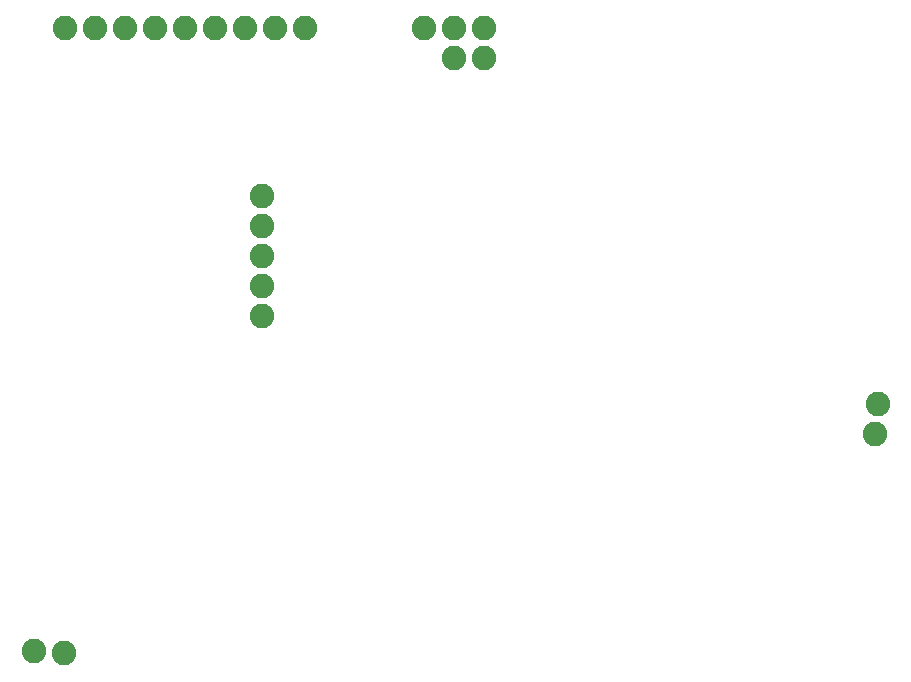
<source format=gbr>
%TF.GenerationSoftware,KiCad,Pcbnew,(6.0.7)*%
%TF.CreationDate,2023-02-01T00:47:53-08:00*%
%TF.ProjectId,SpresensePart2,53707265-7365-46e7-9365-50617274322e,rev?*%
%TF.SameCoordinates,Original*%
%TF.FileFunction,Soldermask,Bot*%
%TF.FilePolarity,Negative*%
%FSLAX46Y46*%
G04 Gerber Fmt 4.6, Leading zero omitted, Abs format (unit mm)*
G04 Created by KiCad (PCBNEW (6.0.7)) date 2023-02-01 00:47:53*
%MOMM*%
%LPD*%
G01*
G04 APERTURE LIST*
%ADD10C,2.082800*%
G04 APERTURE END LIST*
D10*
%TO.C,J16*%
X120853200Y-149352000D03*
%TD*%
%TO.C,J7*%
X120904000Y-96393000D03*
X123444000Y-96393000D03*
X125984000Y-96393000D03*
X128524000Y-96393000D03*
X131064000Y-96393000D03*
X133604000Y-96393000D03*
X136144000Y-96393000D03*
X138684000Y-96393000D03*
X141224000Y-96393000D03*
%TD*%
%TO.C,J9*%
X153860500Y-98945700D03*
X156400500Y-98945700D03*
%TD*%
%TO.C,J8*%
X137591800Y-120802400D03*
X137591800Y-118262400D03*
X137591800Y-115722400D03*
X137591800Y-113182400D03*
X137591800Y-110642400D03*
%TD*%
%TO.C,J10*%
X151320500Y-96393000D03*
X153860500Y-96393000D03*
X156400500Y-96393000D03*
%TD*%
%TO.C,J11*%
X118313200Y-149148800D03*
%TD*%
%TO.C,J12*%
X189738000Y-128270000D03*
%TD*%
%TO.C,J15*%
X189484000Y-130810000D03*
%TD*%
M02*

</source>
